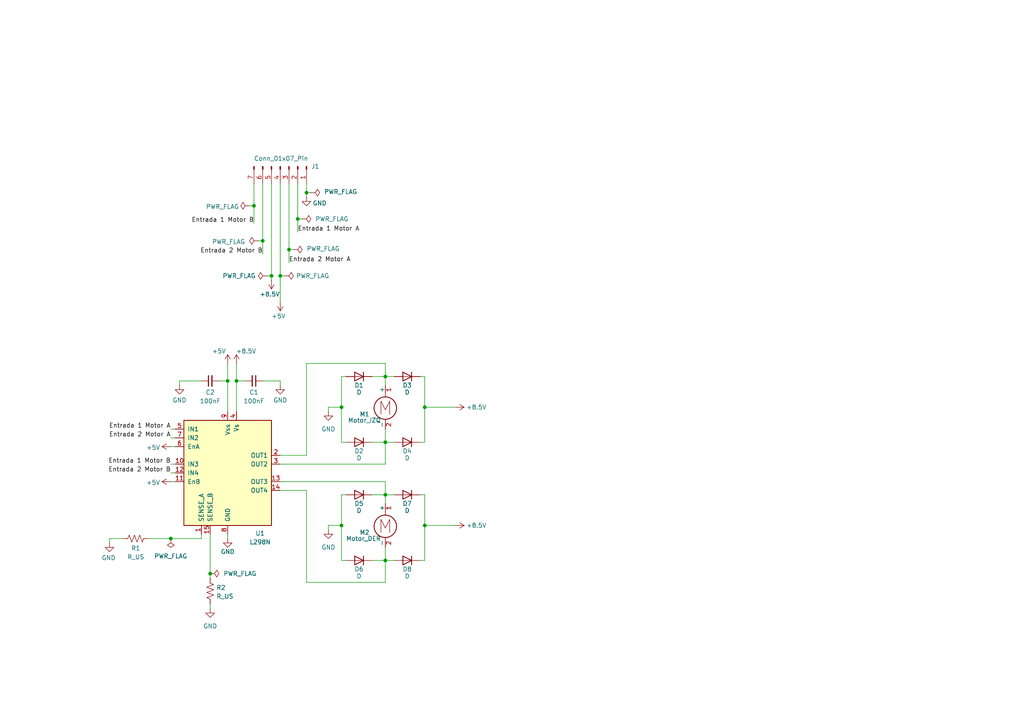
<source format=kicad_sch>
(kicad_sch (version 20250114) (generator "eeschema") (generator_version "9.0")
  (paper "A4")
  (lib_symbols
    (symbol "Connector:Conn_01x07_Pin" (pin_names (offset 1.016) (hide yes))
      (property "Reference" "J" (at 0 10.16 0))
      (property "Value" "Conn_01x07_Pin" (at 0 -10.16 0))
      (symbol "Conn_01x07_Pin_1_1"
        (rectangle (start 0.8636 7.747) (end 0 7.493) (stroke (width 0.1524)) (fill (type outline)))
        (rectangle (start 0.8636 5.207) (end 0 4.953) (stroke (width 0.1524)) (fill (type outline)))
        (rectangle (start 0.8636 2.667) (end 0 2.413) (stroke (width 0.1524)) (fill (type outline)))
        (rectangle (start 0.8636 0.127) (end 0 -0.127) (stroke (width 0.1524)) (fill (type outline)))
        (rectangle (start 0.8636 -2.413) (end 0 -2.667) (stroke (width 0.1524)) (fill (type outline)))
        (rectangle (start 0.8636 -4.953) (end 0 -5.207) (stroke (width 0.1524)) (fill (type outline)))
        (rectangle (start 0.8636 -7.493) (end 0 -7.747) (stroke (width 0.1524)) (fill (type outline)))
        (polyline (pts (xy 1.27 7.62) (xy 0.8636 7.62)) (stroke (width 0.1524)))
        (polyline (pts (xy 1.27 5.08) (xy 0.8636 5.08)) (stroke (width 0.1524)))
        (polyline (pts (xy 1.27 2.54) (xy 0.8636 2.54)) (stroke (width 0.1524)))
        (polyline (pts (xy 1.27 0) (xy 0.8636 0)) (stroke (width 0.1524)))
        (polyline (pts (xy 1.27 -2.54) (xy 0.8636 -2.54)) (stroke (width 0.1524)))
        (polyline (pts (xy 1.27 -5.08) (xy 0.8636 -5.08)) (stroke (width 0.1524)))
        (polyline (pts (xy 1.27 -7.62) (xy 0.8636 -7.62)) (stroke (width 0.1524)))
        (pin passive line (at 5.08 7.62 180) (length 3.81) (name "Pin_1") (number "1"))
        (pin passive line (at 5.08 5.08 180) (length 3.81) (name "Pin_2") (number "2"))
        (pin passive line (at 5.08 2.54 180) (length 3.81) (name "Pin_3") (number "3"))
        (pin passive line (at 5.08 0 180) (length 3.81) (name "Pin_4") (number "4"))
        (pin passive line (at 5.08 -2.54 180) (length 3.81) (name "Pin_5") (number "5"))
        (pin passive line (at 5.08 -5.08 180) (length 3.81) (name "Pin_6") (number "6"))
        (pin passive line (at 5.08 -7.62 180) (length 3.81) (name "Pin_7") (number "7"))
      )
    )
    (symbol "Device:C_Small" (pin_numbers (hide yes)) (pin_names (offset 0.254) (hide yes))
      (property "Reference" "C" (at 0.254 1.778 0))
      (property "Value" "C_Small" (at 0.254 -2.032 0))
      (symbol "C_Small_0_1"
        (polyline (pts (xy -1.524 0.508) (xy 1.524 0.508)) (stroke (width 0.3048)))
        (polyline (pts (xy -1.524 -0.508) (xy 1.524 -0.508)) (stroke (width 0.3302)))
      )
      (symbol "C_Small_1_1"
        (pin passive line (at 0 2.54 270) (length 2.032) (name "~") (number "1"))
        (pin passive line (at 0 -2.54 90) (length 2.032) (name "~") (number "2"))
      )
    )
    (symbol "Device:D" (pin_numbers (hide yes)) (pin_names (offset 1.016) (hide yes))
      (property "Reference" "D" (at 0 2.54 0))
      (property "Value" "D" (at 0 -2.54 0))
      (symbol "D_0_1"
        (polyline (pts (xy -1.27 1.27) (xy -1.27 -1.27)) (stroke (width 0.254)))
        (polyline (pts (xy 1.27 1.27) (xy 1.27 -1.27) (xy -1.27 0) (xy 1.27 1.27)) (stroke (width 0.254)))
        (polyline (pts (xy 1.27 0) (xy -1.27 0)))
      )
      (symbol "D_1_1"
        (pin passive line (at -3.81 0 0) (length 2.54) (name "K") (number "1"))
        (pin passive line (at 3.81 0 180) (length 2.54) (name "A") (number "2"))
      )
    )
    (symbol "Device:R_US" (pin_numbers (hide yes)) (pin_names (offset 0))
      (property "Reference" "R" (at 2.54 0 90))
      (property "Value" "R_US" (at -2.54 0 90))
      (symbol "R_US_0_1"
        (polyline (pts (xy 0 2.286) (xy 0 2.54)))
        (polyline (pts (xy 0 2.286) (xy 1.016 1.905) (xy 0 1.524) (xy -1.016 1.143) (xy 0 0.762)))
        (polyline (pts (xy 0 0.762) (xy 1.016 0.381) (xy 0 0) (xy -1.016 -0.381) (xy 0 -0.762)))
        (polyline (pts (xy 0 -0.762) (xy 1.016 -1.143) (xy 0 -1.524) (xy -1.016 -1.905) (xy 0 -2.286)))
        (polyline (pts (xy 0 -2.286) (xy 0 -2.54)))
      )
      (symbol "R_US_1_1"
        (pin passive line (at 0 3.81 270) (length 1.27) (name "~") (number "1"))
        (pin passive line (at 0 -3.81 90) (length 1.27) (name "~") (number "2"))
      )
    )
    (symbol "Driver_Motor:L298N" (pin_names (offset 1.016))
      (property "Reference" "U" (at -10.16 16.51 0))
      (property "Value" "L298N" (at 12.7 16.51 0))
      (symbol "L298N_0_1"
        (rectangle (start -12.7 15.24) (end 12.7 -15.24) (stroke (width 0.254)) (fill (type background)))
      )
      (symbol "L298N_1_1"
        (pin input line (at -15.24 12.7 0) (length 2.54) (name "IN1") (number "5"))
        (pin input line (at -15.24 10.16 0) (length 2.54) (name "IN2") (number "7"))
        (pin input line (at -15.24 7.62 0) (length 2.54) (name "EnA") (number "6"))
        (pin input line (at -15.24 2.54 0) (length 2.54) (name "IN3") (number "10"))
        (pin input line (at -15.24 0 0) (length 2.54) (name "IN4") (number "12"))
        (pin input line (at -15.24 -2.54 0) (length 2.54) (name "EnB") (number "11"))
        (pin power_in line (at -7.62 -17.78 90) (length 2.54) (name "SENSE_A") (number "1"))
        (pin power_in line (at -5.08 -17.78 90) (length 2.54) (name "SENSE_B") (number "15"))
        (pin power_in line (at 0 17.78 270) (length 2.54) (name "Vss") (number "9"))
        (pin power_in line (at 0 -17.78 90) (length 2.54) (name "GND") (number "8"))
        (pin power_in line (at 2.54 17.78 270) (length 2.54) (name "Vs") (number "4"))
        (pin output line (at 15.24 5.08 180) (length 2.54) (name "OUT1") (number "2"))
        (pin output line (at 15.24 2.54 180) (length 2.54) (name "OUT2") (number "3"))
        (pin output line (at 15.24 -2.54 180) (length 2.54) (name "OUT3") (number "13"))
        (pin output line (at 15.24 -5.08 180) (length 2.54) (name "OUT4") (number "14"))
      )
    )
    (symbol "Motor:Motor_DC" (pin_names (offset 0))
      (property "Reference" "M" (at 2.54 2.54 0))
      (property "Value" "Motor_DC" (at 2.54 -5.08 0))
      (symbol "Motor_DC_0_0"
        (polyline (pts (xy -1.27 -3.302) (xy -1.27 0.508) (xy 0 -2.032) (xy 1.27 0.508) (xy 1.27 -3.302)))
      )
      (symbol "Motor_DC_0_1"
        (polyline (pts (xy 0 2.032) (xy 0 2.54)))
        (polyline (pts (xy 0 1.7272) (xy 0 2.0828)))
        (circle (center 0 -1.524) (radius 3.2512) (stroke (width 0.254)))
        (polyline (pts (xy 0 -4.7752) (xy 0 -5.1816)))
        (polyline (pts (xy 0 -7.62) (xy 0 -7.112)))
      )
      (symbol "Motor_DC_1_1"
        (pin passive line (at 0 5.08 270) (length 2.54) (name "+") (number "1"))
        (pin passive line (at 0 -7.62 90) (length 2.54) (name "-") (number "2"))
      )
    )
    (symbol "power:+5V" (power) (pin_numbers (hide yes)) (pin_names (offset 0) (hide yes))
      (property "Value" "+5V" (at 0 3.556 0))
      (symbol "+5V_0_1"
        (polyline (pts (xy -0.762 1.27) (xy 0 2.54)))
        (polyline (pts (xy 0 2.54) (xy 0.762 1.27)))
        (polyline (pts (xy 0 0) (xy 0 2.54)))
      )
      (symbol "+5V_1_1"
        (pin power_in line (at 0 0 90) (length 0) (name "~") (number "1"))
      )
    )
    (symbol "power:GND" (power) (pin_numbers (hide yes)) (pin_names (offset 0) (hide yes))
      (property "Value" "GND" (at 0 -3.81 0))
      (symbol "GND_0_1"
        (polyline (pts (xy 0 0) (xy 0 -1.27) (xy 1.27 -1.27) (xy 0 -2.54) (xy -1.27 -1.27) (xy 0 -1.27)))
      )
      (symbol "GND_1_1"
        (pin power_in line (at 0 0 270) (length 0) (name "~") (number "1"))
      )
    )
    (symbol "power:GNDS" (power) (pin_numbers (hide yes)) (pin_names (offset 0) (hide yes))
      (property "Value" "GNDS" (at 0 -3.81 0))
      (symbol "GNDS_0_1"
        (polyline (pts (xy 0 0) (xy 0 -1.27) (xy 1.27 -1.27) (xy 0 -2.54) (xy -1.27 -1.27) (xy 0 -1.27)))
      )
      (symbol "GNDS_1_1"
        (pin power_in line (at 0 0 270) (length 0) (name "~") (number "1"))
      )
    )
    (symbol "power:PWR_FLAG" (power) (pin_numbers (hide yes)) (pin_names (offset 0) (hide yes))
      (property "Value" "PWR_FLAG" (at 0 3.81 0))
      (symbol "PWR_FLAG_0_0"
        (pin power_out line (at 0 0 90) (length 0) (name "~") (number "1"))
      )
      (symbol "PWR_FLAG_0_1"
        (polyline (pts (xy 0 0) (xy 0 1.27) (xy -1.016 1.905) (xy 0 2.54) (xy 1.016 1.905) (xy 0 1.27)))
      )
    )
  )
  (junction (at 66.04 110.49))
  (junction (at 49.53 156.21))
  (junction (at 123.19 118.11))
  (junction (at 88.9 55.88))
  (junction (at 78.74 80.01))
  (junction (at 123.19 152.4))
  (junction (at 81.28 80.01))
  (junction (at 76.2 69.85))
  (junction (at 68.58 110.49))
  (junction (at 86.36 63.5))
  (junction (at 111.76 143.51))
  (junction (at 60.96 166.37))
  (junction (at 111.76 109.22))
  (junction (at 83.82 72.39))
  (junction (at 73.66 59.69))
  (junction (at 99.06 152.4))
  (junction (at 111.76 128.27))
  (junction (at 99.06 118.11))
  (junction (at 111.76 162.56))
  (wire (pts (xy 66.04 110.49) (xy 63.5 110.49)))
  (wire (pts (xy 111.76 162.56) (xy 107.95 162.56)))
  (wire (pts (xy 68.58 105.41) (xy 68.58 110.49)))
  (wire (pts (xy 58.42 154.94) (xy 58.42 156.21)))
  (wire (pts (xy 100.33 128.27) (xy 99.06 128.27)))
  (wire (pts (xy 107.95 109.22) (xy 111.76 109.22)))
  (wire (pts (xy 78.74 81.28) (xy 78.74 80.01)))
  (wire (pts (xy 99.06 143.51) (xy 100.33 143.51)))
  (wire (pts (xy 86.36 53.34) (xy 86.36 63.5)))
  (wire (pts (xy 49.53 156.21) (xy 43.18 156.21)))
  (wire (pts (xy 81.28 139.7) (xy 111.76 139.7)))
  (wire (pts (xy 95.25 152.4) (xy 99.06 152.4)))
  (wire (pts (xy 58.42 110.49) (xy 52.07 110.49)))
  (wire (pts (xy 123.19 152.4) (xy 132.08 152.4)))
  (wire (pts (xy 95.25 119.38) (xy 95.25 118.11)))
  (wire (pts (xy 114.3 128.27) (xy 111.76 128.27)))
  (wire (pts (xy 83.82 72.39) (xy 83.82 76.2)))
  (wire (pts (xy 60.96 154.94) (xy 60.96 166.37)))
  (wire (pts (xy 90.17 55.88) (xy 88.9 55.88)))
  (wire (pts (xy 107.95 143.51) (xy 111.76 143.51)))
  (wire (pts (xy 88.9 53.34) (xy 88.9 55.88)))
  (wire (pts (xy 85.09 72.39) (xy 83.82 72.39)))
  (wire (pts (xy 87.63 63.5) (xy 86.36 63.5)))
  (wire (pts (xy 100.33 162.56) (xy 99.06 162.56)))
  (wire (pts (xy 81.28 132.08) (xy 88.9 132.08)))
  (wire (pts (xy 77.47 80.01) (xy 78.74 80.01)))
  (wire (pts (xy 114.3 143.51) (xy 111.76 143.51)))
  (wire (pts (xy 81.28 142.24) (xy 88.9 142.24)))
  (wire (pts (xy 66.04 110.49) (xy 66.04 105.41)))
  (wire (pts (xy 81.28 53.34) (xy 81.28 80.01)))
  (wire (pts (xy 123.19 109.22) (xy 121.92 109.22)))
  (wire (pts (xy 60.96 176.53) (xy 60.96 175.26)))
  (wire (pts (xy 74.93 69.85) (xy 76.2 69.85)))
  (wire (pts (xy 35.56 156.21) (xy 31.75 156.21)))
  (wire (pts (xy 83.82 53.34) (xy 83.82 72.39)))
  (wire (pts (xy 111.76 128.27) (xy 107.95 128.27)))
  (wire (pts (xy 111.76 162.56) (xy 111.76 168.91)))
  (wire (pts (xy 50.8 137.16) (xy 49.53 137.16)))
  (wire (pts (xy 60.96 167.64) (xy 60.96 166.37)))
  (wire (pts (xy 95.25 153.67) (xy 95.25 152.4)))
  (wire (pts (xy 111.76 109.22) (xy 111.76 105.41)))
  (wire (pts (xy 86.36 63.5) (xy 86.36 67.31)))
  (wire (pts (xy 49.53 129.54) (xy 50.8 129.54)))
  (wire (pts (xy 114.3 162.56) (xy 111.76 162.56)))
  (wire (pts (xy 66.04 110.49) (xy 66.04 119.38)))
  (wire (pts (xy 81.28 134.62) (xy 111.76 134.62)))
  (wire (pts (xy 88.9 105.41) (xy 88.9 132.08)))
  (wire (pts (xy 52.07 110.49) (xy 52.07 111.76)))
  (wire (pts (xy 88.9 57.15) (xy 88.9 55.88)))
  (wire (pts (xy 95.25 118.11) (xy 99.06 118.11)))
  (wire (pts (xy 76.2 69.85) (xy 76.2 73.66)))
  (wire (pts (xy 72.39 59.69) (xy 73.66 59.69)))
  (wire (pts (xy 111.76 124.46) (xy 111.76 128.27)))
  (wire (pts (xy 82.55 80.01) (xy 81.28 80.01)))
  (wire (pts (xy 66.04 156.21) (xy 66.04 154.94)))
  (wire (pts (xy 111.76 111.76) (xy 111.76 109.22)))
  (wire (pts (xy 76.2 110.49) (xy 81.28 110.49)))
  (wire (pts (xy 114.3 109.22) (xy 111.76 109.22)))
  (wire (pts (xy 99.06 118.11) (xy 99.06 128.27)))
  (wire (pts (xy 123.19 143.51) (xy 123.19 152.4)))
  (wire (pts (xy 81.28 80.01) (xy 81.28 87.63)))
  (wire (pts (xy 121.92 128.27) (xy 123.19 128.27)))
  (wire (pts (xy 123.19 118.11) (xy 132.08 118.11)))
  (wire (pts (xy 49.53 127) (xy 50.8 127)))
  (wire (pts (xy 111.76 158.75) (xy 111.76 162.56)))
  (wire (pts (xy 99.06 152.4) (xy 99.06 162.56)))
  (wire (pts (xy 123.19 152.4) (xy 123.19 162.56)))
  (wire (pts (xy 123.19 118.11) (xy 123.19 128.27)))
  (wire (pts (xy 78.74 53.34) (xy 78.74 80.01)))
  (wire (pts (xy 73.66 59.69) (xy 73.66 64.77)))
  (wire (pts (xy 49.53 156.21) (xy 58.42 156.21)))
  (wire (pts (xy 111.76 134.62) (xy 111.76 128.27)))
  (wire (pts (xy 76.2 53.34) (xy 76.2 69.85)))
  (wire (pts (xy 123.19 109.22) (xy 123.19 118.11)))
  (wire (pts (xy 123.19 143.51) (xy 121.92 143.51)))
  (wire (pts (xy 111.76 105.41) (xy 88.9 105.41)))
  (wire (pts (xy 68.58 110.49) (xy 71.12 110.49)))
  (wire (pts (xy 88.9 142.24) (xy 88.9 168.91)))
  (wire (pts (xy 88.9 168.91) (xy 111.76 168.91)))
  (wire (pts (xy 49.53 134.62) (xy 50.8 134.62)))
  (wire (pts (xy 73.66 59.69) (xy 73.66 53.34)))
  (wire (pts (xy 111.76 146.05) (xy 111.76 143.51)))
  (wire (pts (xy 99.06 109.22) (xy 99.06 118.11)))
  (wire (pts (xy 68.58 110.49) (xy 68.58 119.38)))
  (wire (pts (xy 49.53 124.46) (xy 50.8 124.46)))
  (wire (pts (xy 121.92 162.56) (xy 123.19 162.56)))
  (wire (pts (xy 81.28 110.49) (xy 81.28 111.76)))
  (wire (pts (xy 111.76 143.51) (xy 111.76 139.7)))
  (wire (pts (xy 49.53 139.7) (xy 50.8 139.7)))
  (wire (pts (xy 31.75 156.21) (xy 31.75 157.48)))
  (wire (pts (xy 99.06 143.51) (xy 99.06 152.4)))
  (wire (pts (xy 99.06 109.22) (xy 100.33 109.22)))
  (label "Entrada 2 Motor B" (at 76.2 73.66 180))
  (label "Entrada 1 Motor B" (at 49.53 134.62 180))
  (label "Entrada 2 Motor B" (at 49.53 137.16 180))
  (label "Entrada 2 Motor A" (at 83.82 76.2 0))
  (label "Entrada 1 Motor A" (at 86.36 67.31 0))
  (label "Entrada 1 Motor A" (at 49.53 124.46 180))
  (label "Entrada 2 Motor A" (at 49.53 127 180))
  (label "Entrada 1 Motor B" (at 73.66 64.77 180))
  (symbol (lib_id "power:+5V") (at 68.58 105.41 0) (unit 1)
    (property "Reference" "#PWR010" (effects (hide yes)))
    (property "Value" "+8.5V" (at 71.374 101.854 0))
    (property "Description" "Power symbol creates a global label with name \"+5V\"" (effects (hide yes)))
  )
  (symbol (lib_id "power:GND") (at 66.04 156.21 0) (unit 1)
    (property "Reference" "#PWR05" (effects (hide yes)))
    (property "Value" "GND" (at 66.04 160.02 0))
    (property "Description" "Power symbol creates a global label with name \"GND\" , ground" (effects (hide yes)))
  )
  (symbol (lib_id "power:PWR_FLAG") (at 72.39 59.69 90) (unit 1)
    (property "Reference" "#FLG02" (effects (hide yes)))
    (property "Value" "PWR_FLAG" (at 69.342 59.944 90) (effects (justify left)))
    (property "Description" "Special symbol for telling ERC where power comes from" (effects (hide yes)))
  )
  (symbol (lib_id "Device:D") (at 104.14 109.22 0) (mirror y) (unit 1)
    (property "Reference" "D1" (at 104.14 111.76 0))
    (property "Value" "D" (at 104.14 113.792 0))
    (property "Footprint" "Diode_THT:D_DO-41_SOD81_P7.62mm_Horizontal" (effects (hide yes)))
    (property "Description" "Diode" (effects (hide yes)))
    (property "Sim.Device" "D" (effects (hide yes)))
    (property "Sim.Pins" "1=K 2=A" (effects (hide yes)))
  )
  (symbol (lib_id "power:PWR_FLAG") (at 87.63 63.5 270) (unit 1)
    (property "Reference" "#FLG01" (effects (hide yes)))
    (property "Value" "PWR_FLAG" (at 91.44 63.4999 90) (effects (justify left)))
    (property "Description" "Special symbol for telling ERC where power comes from" (effects (hide yes)))
  )
  (symbol (lib_id "power:GNDS") (at 31.75 157.48 0) (unit 1)
    (property "Reference" "#PWR015" (effects (hide yes)))
    (property "Value" "GND" (at 31.496 161.798 0))
    (property "Description" "Power symbol creates a global label with name \"GNDS\" , signal ground" (effects (hide yes)))
  )
  (symbol (lib_id "Device:D") (at 118.11 128.27 0) (mirror y) (unit 1)
    (property "Reference" "D4" (at 118.11 130.81 0))
    (property "Value" "D" (at 118.11 132.842 0))
    (property "Footprint" "Diode_THT:D_DO-41_SOD81_P7.62mm_Horizontal" (effects (hide yes)))
    (property "Description" "Diode" (effects (hide yes)))
    (property "Sim.Device" "D" (effects (hide yes)))
    (property "Sim.Pins" "1=K 2=A" (effects (hide yes)))
  )
  (symbol (lib_id "power:+5V") (at 132.08 152.4 270) (unit 1)
    (property "Reference" "#PWR012" (effects (hide yes)))
    (property "Value" "+8.5V" (at 138.176 152.4 90))
    (property "Description" "Power symbol creates a global label with name \"+5V\"" (effects (hide yes)))
  )
  (symbol (lib_id "Device:D") (at 104.14 143.51 0) (mirror y) (unit 1)
    (property "Reference" "D5" (at 104.14 146.05 0))
    (property "Value" "D" (at 104.14 148.082 0))
    (property "Footprint" "Diode_THT:D_DO-41_SOD81_P7.62mm_Horizontal" (effects (hide yes)))
    (property "Description" "Diode" (effects (hide yes)))
    (property "Sim.Device" "D" (effects (hide yes)))
    (property "Sim.Pins" "1=K 2=A" (effects (hide yes)))
  )
  (symbol (lib_id "Device:D") (at 118.11 143.51 0) (mirror y) (unit 1)
    (property "Reference" "D7" (at 118.11 146.05 0))
    (property "Value" "D" (at 118.11 148.082 0))
    (property "Footprint" "Diode_THT:D_DO-41_SOD81_P7.62mm_Horizontal" (effects (hide yes)))
    (property "Description" "Diode" (effects (hide yes)))
    (property "Sim.Device" "D" (effects (hide yes)))
    (property "Sim.Pins" "1=K 2=A" (effects (hide yes)))
  )
  (symbol (lib_id "power:+5V") (at 81.28 87.63 180) (unit 1)
    (property "Reference" "#PWR02" (effects (hide yes)))
    (property "Value" "+5V" (at 80.772 91.694 0))
    (property "Description" "Power symbol creates a global label with name \"+5V\"" (effects (hide yes)))
  )
  (symbol (lib_id "power:GND") (at 81.28 111.76 0) (mirror y) (unit 1)
    (property "Reference" "#PWR013" (effects (hide yes)))
    (property "Value" "GND" (at 81.28 116.078 0))
    (property "Description" "Power symbol creates a global label with name \"GND\" , ground" (effects (hide yes)))
  )
  (symbol (lib_id "power:+5V") (at 49.53 139.7 90) (unit 1)
    (property "Reference" "#PWR03" (effects (hide yes)))
    (property "Value" "+5V" (at 46.482 139.954 90) (effects (justify left)))
    (property "Description" "Power symbol creates a global label with name \"+5V\"" (effects (hide yes)))
  )
  (symbol (lib_id "power:+5V") (at 66.04 105.41 0) (unit 1)
    (property "Reference" "#PWR06" (effects (hide yes)))
    (property "Value" "+5V" (at 63.5 101.854 0))
    (property "Description" "Power symbol creates a global label with name \"+5V\"" (effects (hide yes)))
  )
  (symbol (lib_id "power:GNDS") (at 60.96 176.53 0) (unit 1)
    (property "Reference" "#PWR016" (effects (hide yes)))
    (property "Value" "GND" (at 60.96 181.61 0))
    (property "Description" "Power symbol creates a global label with name \"GNDS\" , signal ground" (effects (hide yes)))
  )
  (symbol (lib_id "power:GND") (at 88.9 57.15 0) (unit 1)
    (property "Reference" "#PWR01" (effects (hide yes)))
    (property "Value" "GND" (at 92.71 58.928 0))
    (property "Description" "Power symbol creates a global label with name \"GND\" , ground" (effects (hide yes)))
  )
  (symbol (lib_id "Device:D") (at 118.11 162.56 0) (mirror y) (unit 1)
    (property "Reference" "D8" (at 118.11 165.1 0))
    (property "Value" "D" (at 118.11 167.132 0))
    (property "Footprint" "Diode_THT:D_DO-41_SOD81_P7.62mm_Horizontal" (effects (hide yes)))
    (property "Description" "Diode" (effects (hide yes)))
    (property "Sim.Device" "D" (effects (hide yes)))
    (property "Sim.Pins" "1=K 2=A" (effects (hide yes)))
  )
  (symbol (lib_id "Device:D") (at 118.11 109.22 0) (mirror y) (unit 1)
    (property "Reference" "D3" (at 118.11 111.76 0))
    (property "Value" "D" (at 118.11 113.792 0))
    (property "Footprint" "Diode_THT:D_DO-41_SOD81_P7.62mm_Horizontal" (effects (hide yes)))
    (property "Description" "Diode" (effects (hide yes)))
    (property "Sim.Device" "D" (effects (hide yes)))
    (property "Sim.Pins" "1=K 2=A" (effects (hide yes)))
  )
  (symbol (lib_id "power:GND") (at 52.07 111.76 0) (unit 1)
    (property "Reference" "#PWR014" (effects (hide yes)))
    (property "Value" "GND" (at 52.07 116.078 0))
    (property "Description" "Power symbol creates a global label with name \"GND\" , ground" (effects (hide yes)))
  )
  (symbol (lib_id "power:PWR_FLAG") (at 49.53 156.21 180) (unit 1)
    (property "Reference" "#FLG03" (effects (hide yes)))
    (property "Value" "PWR_FLAG" (at 49.53 161.29 0))
    (property "Description" "Special symbol for telling ERC where power comes from" (effects (hide yes)))
  )
  (symbol (lib_id "power:PWR_FLAG") (at 90.17 55.88 270) (unit 1)
    (property "Reference" "#FLG011" (effects (hide yes)))
    (property "Value" "PWR_FLAG" (at 98.806 55.626 90))
    (property "Description" "Special symbol for telling ERC where power comes from" (effects (hide yes)))
  )
  (symbol (lib_id "Device:C_Small") (at 73.66 110.49 270) (mirror x) (unit 1)
    (property "Reference" "C1" (at 73.6472 113.792 90))
    (property "Value" "100nF" (at 73.6472 116.332 90))
    (property "Footprint" "Capacitor_THT:C_Disc_D7.0mm_W2.5mm_P5.00mm" (effects (hide yes)))
    (property "Description" "Unpolarized capacitor, small symbol" (effects (hide yes)))
  )
  (symbol (lib_id "power:GND") (at 95.25 119.38 0) (mirror y) (unit 1)
    (property "Reference" "#PWR07" (effects (hide yes)))
    (property "Value" "GND" (at 95.25 124.46 0))
    (property "Description" "Power symbol creates a global label with name \"GND\" , ground" (effects (hide yes)))
  )
  (symbol (lib_id "Device:D") (at 104.14 128.27 0) (mirror y) (unit 1)
    (property "Reference" "D2" (at 104.14 130.81 0))
    (property "Value" "D" (at 104.14 132.842 0))
    (property "Footprint" "Diode_THT:D_DO-41_SOD81_P7.62mm_Horizontal" (effects (hide yes)))
    (property "Description" "Diode" (effects (hide yes)))
    (property "Sim.Device" "D" (effects (hide yes)))
    (property "Sim.Pins" "1=K 2=A" (effects (hide yes)))
  )
  (symbol (lib_id "Device:R_US") (at 60.96 171.45 180) (unit 1)
    (property "Reference" "R2" (at 62.738 170.434 0) (effects (justify right)))
    (property "Value" "R_US" (at 62.738 172.974 0) (effects (justify right)))
    (property "Footprint" "Resistor_SMD:R_0805_2012Metric_Pad1.20x1.40mm_HandSolder" (effects (hide yes)))
    (property "Description" "Resistor, US symbol" (effects (hide yes)))
  )
  (symbol (lib_id "power:+5V") (at 78.74 81.28 180) (unit 1)
    (property "Reference" "#PWR09" (effects (hide yes)))
    (property "Value" "+8.5V" (at 78.232 85.344 0))
    (property "Description" "Power symbol creates a global label with name \"+5V\"" (effects (hide yes)))
  )
  (symbol (lib_id "Device:C_Small") (at 60.96 110.49 90) (unit 1)
    (property "Reference" "C2" (at 60.96 113.792 90))
    (property "Value" "100nF" (at 60.96 116.332 90))
    (property "Footprint" "Capacitor_THT:C_Disc_D7.0mm_W2.5mm_P5.00mm" (effects (hide yes)))
    (property "Description" "Unpolarized capacitor, small symbol" (effects (hide yes)))
  )
  (symbol (lib_id "power:+5V") (at 132.08 118.11 270) (unit 1)
    (property "Reference" "#PWR011" (effects (hide yes)))
    (property "Value" "+8.5V" (at 138.176 118.11 90))
    (property "Description" "Power symbol creates a global label with name \"+5V\"" (effects (hide yes)))
  )
  (symbol (lib_id "power:GND") (at 95.25 153.67 0) (mirror y) (unit 1)
    (property "Reference" "#PWR08" (effects (hide yes)))
    (property "Value" "GND" (at 95.25 158.75 0))
    (property "Description" "Power symbol creates a global label with name \"GND\" , ground" (effects (hide yes)))
  )
  (symbol (lib_id "power:+5V") (at 49.53 129.54 90) (unit 1)
    (property "Reference" "#PWR04" (effects (hide yes)))
    (property "Value" "+5V" (at 46.482 129.794 90) (effects (justify left)))
    (property "Description" "Power symbol creates a global label with name \"+5V\"" (effects (hide yes)))
  )
  (symbol (lib_id "Connector:Conn_01x07_Pin") (at 81.28 48.26 270) (unit 1)
    (property "Reference" "J1" (at 91.44 48.26 90))
    (property "Value" "Conn_01x07_Pin" (at 81.534 45.974 90))
    (property "Footprint" "Connector_PinHeader_2.54mm:PinHeader_1x07_P2.54mm_Vertical" (effects (hide yes)))
    (property "Description" "Generic connector, single row, 01x07, script generated" (effects (hide yes)))
  )
  (symbol (lib_id "Driver_Motor:L298N") (at 66.04 137.16 0) (unit 1)
    (property "Reference" "U1" (at 75.438 154.686 0))
    (property "Value" "L298N" (at 75.438 157.226 0))
    (property "Footprint" "Package_TO_SOT_THT:TO-220-15_P2.54x5.08mm_StaggerOdd_Lead4.58mm_Vertical" (effects (hide yes)))
    (property "Datasheet" "http://www.st.com/st-web-ui/static/active/en/resource/technical/document/datasheet/CD00000240.pdf" (effects (hide yes)))
    (property "Description" "Dual full bridge motor driver, up to 46V, 4A, Multiwatt15-V" (effects (hide yes)))
  )
  (symbol (lib_id "Device:D") (at 104.14 162.56 0) (mirror y) (unit 1)
    (property "Reference" "D6" (at 104.14 165.1 0))
    (property "Value" "D" (at 104.14 167.132 0))
    (property "Footprint" "Diode_THT:D_DO-41_SOD81_P7.62mm_Horizontal" (effects (hide yes)))
    (property "Description" "Diode" (effects (hide yes)))
    (property "Sim.Device" "D" (effects (hide yes)))
    (property "Sim.Pins" "1=K 2=A" (effects (hide yes)))
  )
  (symbol (lib_id "Device:R_US") (at 39.37 156.21 270) (unit 1)
    (property "Reference" "R1" (at 39.37 159.004 90))
    (property "Value" "R_US" (at 39.37 161.544 90))
    (property "Footprint" "Resistor_SMD:R_0805_2012Metric_Pad1.20x1.40mm_HandSolder" (effects (hide yes)))
    (property "Description" "Resistor, US symbol" (effects (hide yes)))
  )
  (symbol (lib_id "power:PWR_FLAG") (at 77.47 80.01 90) (unit 1)
    (property "Reference" "#FLG014" (effects (hide yes)))
    (property "Value" "PWR_FLAG" (at 69.342 80.01 90))
    (property "Description" "Special symbol for telling ERC where power comes from" (effects (hide yes)))
  )
  (symbol (lib_id "power:PWR_FLAG") (at 60.96 166.37 270) (unit 1)
    (property "Reference" "#FLG04" (effects (hide yes)))
    (property "Value" "PWR_FLAG" (at 64.77 166.3699 90) (effects (justify left)))
    (property "Description" "Special symbol for telling ERC where power comes from" (effects (hide yes)))
  )
  (symbol (lib_id "Motor:Motor_DC") (at 111.76 116.84 0) (mirror y) (unit 1)
    (property "Reference" "M1" (at 107.188 120.142 0) (effects (justify left)))
    (property "Value" "Motor_IZQ" (at 110.49 121.92 0) (effects (justify left)))
    (property "Footprint" "Resistor_THT:R_Axial_DIN0207_L6.3mm_D2.5mm_P2.54mm_Vertical" (effects (hide yes)))
    (property "Description" "DC Motor" (effects (hide yes)))
  )
  (symbol (lib_id "power:PWR_FLAG") (at 82.55 80.01 270) (unit 1)
    (property "Reference" "#FLG012" (effects (hide yes)))
    (property "Value" "PWR_FLAG" (at 90.678 80.01 90))
    (property "Description" "Special symbol for telling ERC where power comes from" (effects (hide yes)))
  )
  (symbol (lib_id "power:PWR_FLAG") (at 85.09 72.39 270) (unit 1)
    (property "Reference" "#FLG013" (effects (hide yes)))
    (property "Value" "PWR_FLAG" (at 93.726 72.136 90))
    (property "Description" "Special symbol for telling ERC where power comes from" (effects (hide yes)))
  )
  (symbol (lib_id "Motor:Motor_DC") (at 111.76 151.13 0) (mirror y) (unit 1)
    (property "Reference" "M2" (at 107.188 154.432 0) (effects (justify left)))
    (property "Value" "Motor_DER" (at 110.49 156.21 0) (effects (justify left)))
    (property "Footprint" "Resistor_THT:R_Axial_DIN0207_L6.3mm_D2.5mm_P2.54mm_Vertical" (effects (hide yes)))
    (property "Description" "DC Motor" (effects (hide yes)))
  )
  (symbol (lib_id "power:PWR_FLAG") (at 74.93 69.85 90) (unit 1)
    (property "Reference" "#FLG010" (effects (hide yes)))
    (property "Value" "PWR_FLAG" (at 66.294 70.104 90))
    (property "Description" "Special symbol for telling ERC where power comes from" (effects (hide yes)))
  )
)
</source>
